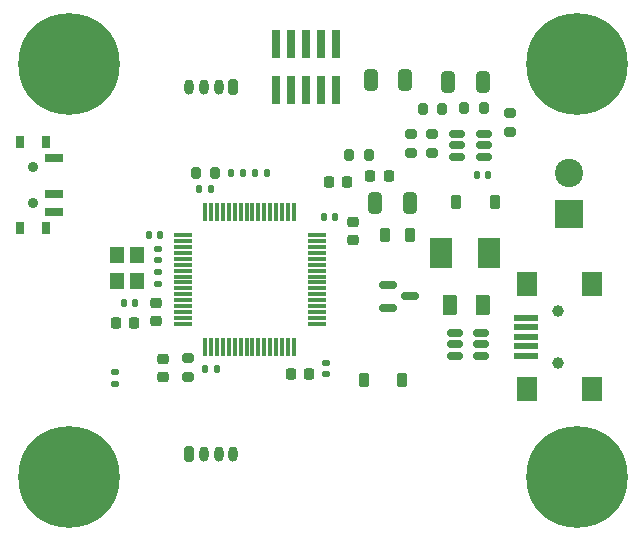
<source format=gbr>
%TF.GenerationSoftware,KiCad,Pcbnew,7.0.7*%
%TF.CreationDate,2023-10-16T17:07:58+03:00*%
%TF.ProjectId,custom_stm_design,63757374-6f6d-45f7-9374-6d5f64657369,rev?*%
%TF.SameCoordinates,Original*%
%TF.FileFunction,Soldermask,Top*%
%TF.FilePolarity,Negative*%
%FSLAX46Y46*%
G04 Gerber Fmt 4.6, Leading zero omitted, Abs format (unit mm)*
G04 Created by KiCad (PCBNEW 7.0.7) date 2023-10-16 17:07:58*
%MOMM*%
%LPD*%
G01*
G04 APERTURE LIST*
G04 Aperture macros list*
%AMRoundRect*
0 Rectangle with rounded corners*
0 $1 Rounding radius*
0 $2 $3 $4 $5 $6 $7 $8 $9 X,Y pos of 4 corners*
0 Add a 4 corners polygon primitive as box body*
4,1,4,$2,$3,$4,$5,$6,$7,$8,$9,$2,$3,0*
0 Add four circle primitives for the rounded corners*
1,1,$1+$1,$2,$3*
1,1,$1+$1,$4,$5*
1,1,$1+$1,$6,$7*
1,1,$1+$1,$8,$9*
0 Add four rect primitives between the rounded corners*
20,1,$1+$1,$2,$3,$4,$5,0*
20,1,$1+$1,$4,$5,$6,$7,0*
20,1,$1+$1,$6,$7,$8,$9,0*
20,1,$1+$1,$8,$9,$2,$3,0*%
G04 Aperture macros list end*
%ADD10R,0.740000X2.400000*%
%ADD11C,0.900000*%
%ADD12C,8.600000*%
%ADD13RoundRect,0.250000X0.375000X0.625000X-0.375000X0.625000X-0.375000X-0.625000X0.375000X-0.625000X0*%
%ADD14RoundRect,0.225000X-0.225000X-0.375000X0.225000X-0.375000X0.225000X0.375000X-0.225000X0.375000X0*%
%ADD15RoundRect,0.135000X-0.135000X-0.185000X0.135000X-0.185000X0.135000X0.185000X-0.135000X0.185000X0*%
%ADD16RoundRect,0.140000X0.170000X-0.140000X0.170000X0.140000X-0.170000X0.140000X-0.170000X-0.140000X0*%
%ADD17RoundRect,0.140000X-0.170000X0.140000X-0.170000X-0.140000X0.170000X-0.140000X0.170000X0.140000X0*%
%ADD18RoundRect,0.218750X0.256250X-0.218750X0.256250X0.218750X-0.256250X0.218750X-0.256250X-0.218750X0*%
%ADD19RoundRect,0.250000X-0.325000X-0.650000X0.325000X-0.650000X0.325000X0.650000X-0.325000X0.650000X0*%
%ADD20RoundRect,0.218750X-0.218750X-0.256250X0.218750X-0.256250X0.218750X0.256250X-0.218750X0.256250X0*%
%ADD21RoundRect,0.140000X-0.140000X-0.170000X0.140000X-0.170000X0.140000X0.170000X-0.140000X0.170000X0*%
%ADD22R,1.900000X2.500000*%
%ADD23RoundRect,0.225000X-0.225000X-0.250000X0.225000X-0.250000X0.225000X0.250000X-0.225000X0.250000X0*%
%ADD24RoundRect,0.147500X0.172500X-0.147500X0.172500X0.147500X-0.172500X0.147500X-0.172500X-0.147500X0*%
%ADD25RoundRect,0.135000X0.185000X-0.135000X0.185000X0.135000X-0.185000X0.135000X-0.185000X-0.135000X0*%
%ADD26RoundRect,0.200000X-0.200000X-0.450000X0.200000X-0.450000X0.200000X0.450000X-0.200000X0.450000X0*%
%ADD27O,0.800000X1.300000*%
%ADD28RoundRect,0.150000X0.512500X0.150000X-0.512500X0.150000X-0.512500X-0.150000X0.512500X-0.150000X0*%
%ADD29RoundRect,0.075000X-0.700000X-0.075000X0.700000X-0.075000X0.700000X0.075000X-0.700000X0.075000X0*%
%ADD30RoundRect,0.075000X-0.075000X-0.700000X0.075000X-0.700000X0.075000X0.700000X-0.075000X0.700000X0*%
%ADD31RoundRect,0.200000X-0.200000X-0.275000X0.200000X-0.275000X0.200000X0.275000X-0.200000X0.275000X0*%
%ADD32RoundRect,0.200000X0.275000X-0.200000X0.275000X0.200000X-0.275000X0.200000X-0.275000X-0.200000X0*%
%ADD33R,0.800000X1.000000*%
%ADD34R,1.500000X0.700000*%
%ADD35RoundRect,0.140000X0.140000X0.170000X-0.140000X0.170000X-0.140000X-0.170000X0.140000X-0.170000X0*%
%ADD36C,1.000000*%
%ADD37R,2.000000X0.500000*%
%ADD38R,1.700000X2.000000*%
%ADD39RoundRect,0.225000X0.225000X0.250000X-0.225000X0.250000X-0.225000X-0.250000X0.225000X-0.250000X0*%
%ADD40RoundRect,0.225000X-0.250000X0.225000X-0.250000X-0.225000X0.250000X-0.225000X0.250000X0.225000X0*%
%ADD41RoundRect,0.200000X-0.275000X0.200000X-0.275000X-0.200000X0.275000X-0.200000X0.275000X0.200000X0*%
%ADD42RoundRect,0.150000X-0.587500X-0.150000X0.587500X-0.150000X0.587500X0.150000X-0.587500X0.150000X0*%
%ADD43R,2.400000X2.400000*%
%ADD44C,2.400000*%
%ADD45RoundRect,0.200000X0.200000X0.450000X-0.200000X0.450000X-0.200000X-0.450000X0.200000X-0.450000X0*%
%ADD46RoundRect,0.218750X-0.218750X-0.381250X0.218750X-0.381250X0.218750X0.381250X-0.218750X0.381250X0*%
%ADD47R,1.200000X1.400000*%
%ADD48RoundRect,0.225000X0.225000X0.375000X-0.225000X0.375000X-0.225000X-0.375000X0.225000X-0.375000X0*%
G04 APERTURE END LIST*
D10*
%TO.C,J2*%
X107540000Y-69300000D03*
X107540000Y-73200000D03*
X106270000Y-69300000D03*
X106270000Y-73200000D03*
X105000000Y-69300000D03*
X105000000Y-73200000D03*
X103730000Y-69300000D03*
X103730000Y-73200000D03*
X102460000Y-69300000D03*
X102460000Y-73200000D03*
%TD*%
D11*
%TO.C,H4*%
X81775000Y-106000000D03*
X82719581Y-103719581D03*
X82719581Y-108280419D03*
X85000000Y-102775000D03*
D12*
X85000000Y-106000000D03*
D11*
X85000000Y-109225000D03*
X87280419Y-103719581D03*
X87280419Y-108280419D03*
X88225000Y-106000000D03*
%TD*%
D13*
%TO.C,F1*%
X120000000Y-91450000D03*
X117200000Y-91450000D03*
%TD*%
D14*
%TO.C,D2*%
X109900000Y-97750000D03*
X113200000Y-97750000D03*
%TD*%
D11*
%TO.C,H2*%
X124775000Y-106000000D03*
X125719581Y-103719581D03*
X125719581Y-108280419D03*
X128000000Y-102775000D03*
D12*
X128000000Y-106000000D03*
D11*
X128000000Y-109225000D03*
X130280419Y-103719581D03*
X130280419Y-108280419D03*
X131225000Y-106000000D03*
%TD*%
D15*
%TO.C,R5*%
X100740000Y-80250000D03*
X101760000Y-80250000D03*
%TD*%
D16*
%TO.C,C7*%
X106700000Y-97280000D03*
X106700000Y-96320000D03*
%TD*%
D17*
%TO.C,C1*%
X92500000Y-86670000D03*
X92500000Y-87630000D03*
%TD*%
D18*
%TO.C,D1*%
X92900000Y-97537500D03*
X92900000Y-95962500D03*
%TD*%
D19*
%TO.C,C13*%
X110875000Y-82750000D03*
X113825000Y-82750000D03*
%TD*%
D20*
%TO.C,D4*%
X110462500Y-80500000D03*
X112037500Y-80500000D03*
%TD*%
D21*
%TO.C,C8*%
X91720000Y-85500000D03*
X92680000Y-85500000D03*
%TD*%
D19*
%TO.C,C15*%
X113450000Y-72325000D03*
X110500000Y-72325000D03*
%TD*%
D22*
%TO.C,L2*%
X120525000Y-86975000D03*
X116425000Y-86975000D03*
%TD*%
D23*
%TO.C,C12*%
X88925000Y-92900000D03*
X90475000Y-92900000D03*
%TD*%
D24*
%TO.C,L1*%
X88875000Y-98085000D03*
X88875000Y-97115000D03*
%TD*%
D25*
%TO.C,R1*%
X92500000Y-89660000D03*
X92500000Y-88640000D03*
%TD*%
D26*
%TO.C,J5*%
X95125000Y-104050000D03*
D27*
X96375000Y-104050000D03*
X97625000Y-104050000D03*
X98875000Y-104050000D03*
%TD*%
D28*
%TO.C,U3*%
X119887500Y-95700000D03*
X119887500Y-94750000D03*
X119887500Y-93800000D03*
X117612500Y-93800000D03*
X117612500Y-94750000D03*
X117612500Y-95700000D03*
%TD*%
D15*
%TO.C,R4*%
X98640000Y-80250000D03*
X99660000Y-80250000D03*
%TD*%
D29*
%TO.C,U1*%
X94575000Y-85500000D03*
X94575000Y-86000000D03*
X94575000Y-86500000D03*
X94575000Y-87000000D03*
X94575000Y-87500000D03*
X94575000Y-88000000D03*
X94575000Y-88500000D03*
X94575000Y-89000000D03*
X94575000Y-89500000D03*
X94575000Y-90000000D03*
X94575000Y-90500000D03*
X94575000Y-91000000D03*
X94575000Y-91500000D03*
X94575000Y-92000000D03*
X94575000Y-92500000D03*
X94575000Y-93000000D03*
D30*
X96500000Y-94925000D03*
X97000000Y-94925000D03*
X97500000Y-94925000D03*
X98000000Y-94925000D03*
X98500000Y-94925000D03*
X99000000Y-94925000D03*
X99500000Y-94925000D03*
X100000000Y-94925000D03*
X100500000Y-94925000D03*
X101000000Y-94925000D03*
X101500000Y-94925000D03*
X102000000Y-94925000D03*
X102500000Y-94925000D03*
X103000000Y-94925000D03*
X103500000Y-94925000D03*
X104000000Y-94925000D03*
D29*
X105925000Y-93000000D03*
X105925000Y-92500000D03*
X105925000Y-92000000D03*
X105925000Y-91500000D03*
X105925000Y-91000000D03*
X105925000Y-90500000D03*
X105925000Y-90000000D03*
X105925000Y-89500000D03*
X105925000Y-89000000D03*
X105925000Y-88500000D03*
X105925000Y-88000000D03*
X105925000Y-87500000D03*
X105925000Y-87000000D03*
X105925000Y-86500000D03*
X105925000Y-86000000D03*
X105925000Y-85500000D03*
D30*
X104000000Y-83575000D03*
X103500000Y-83575000D03*
X103000000Y-83575000D03*
X102500000Y-83575000D03*
X102000000Y-83575000D03*
X101500000Y-83575000D03*
X101000000Y-83575000D03*
X100500000Y-83575000D03*
X100000000Y-83575000D03*
X99500000Y-83575000D03*
X99000000Y-83575000D03*
X98500000Y-83575000D03*
X98000000Y-83575000D03*
X97500000Y-83575000D03*
X97000000Y-83575000D03*
X96500000Y-83575000D03*
%TD*%
D31*
%TO.C,R9*%
X108675000Y-78750000D03*
X110325000Y-78750000D03*
%TD*%
D32*
%TO.C,R11*%
X113950000Y-78575000D03*
X113950000Y-76925000D03*
%TD*%
D33*
%TO.C,SW1*%
X83030000Y-77600000D03*
X80820000Y-77600000D03*
D11*
X81920000Y-79750000D03*
X81920000Y-82750000D03*
D33*
X83030000Y-84900000D03*
X80820000Y-84900000D03*
D34*
X83680000Y-79000000D03*
X83680000Y-82000000D03*
X83680000Y-83500000D03*
%TD*%
D35*
%TO.C,C5*%
X96955000Y-81625000D03*
X95995000Y-81625000D03*
%TD*%
D36*
%TO.C,J4*%
X126375000Y-96300000D03*
X126375000Y-91900000D03*
D37*
X123675000Y-95700000D03*
X123675000Y-94900000D03*
X123675000Y-94100000D03*
X123675000Y-93300000D03*
X123675000Y-92500000D03*
D38*
X123775000Y-98550000D03*
X129225000Y-98550000D03*
X123775000Y-89650000D03*
X129225000Y-89650000D03*
%TD*%
D39*
%TO.C,C10*%
X105275000Y-97250000D03*
X103725000Y-97250000D03*
%TD*%
D40*
%TO.C,C9*%
X109000000Y-84375000D03*
X109000000Y-85925000D03*
%TD*%
D41*
%TO.C,R10*%
X115675000Y-76900000D03*
X115675000Y-78550000D03*
%TD*%
D31*
%TO.C,R8*%
X114925000Y-74800000D03*
X116575000Y-74800000D03*
%TD*%
D39*
%TO.C,C3*%
X108525000Y-81000000D03*
X106975000Y-81000000D03*
%TD*%
D11*
%TO.C,H1*%
X124775000Y-71000000D03*
X125719581Y-68719581D03*
X125719581Y-73280419D03*
X128000000Y-67775000D03*
D12*
X128000000Y-71000000D03*
D11*
X128000000Y-74225000D03*
X130280419Y-68719581D03*
X130280419Y-73280419D03*
X131225000Y-71000000D03*
%TD*%
D42*
%TO.C,Q1*%
X111937500Y-89725000D03*
X111937500Y-91625000D03*
X113812500Y-90675000D03*
%TD*%
D11*
%TO.C,H3*%
X81775000Y-71000000D03*
X82719581Y-68719581D03*
X82719581Y-73280419D03*
X85000000Y-67775000D03*
D12*
X85000000Y-71000000D03*
D11*
X85000000Y-74225000D03*
X87280419Y-68719581D03*
X87280419Y-73280419D03*
X88225000Y-71000000D03*
%TD*%
D21*
%TO.C,C4*%
X96520000Y-96800000D03*
X97480000Y-96800000D03*
%TD*%
D31*
%TO.C,R7*%
X118425000Y-74750000D03*
X120075000Y-74750000D03*
%TD*%
D35*
%TO.C,C6*%
X107480000Y-83950000D03*
X106520000Y-83950000D03*
%TD*%
D43*
%TO.C,J1*%
X127300000Y-83700000D03*
D44*
X127300000Y-80200000D03*
%TD*%
D41*
%TO.C,R2*%
X95000000Y-95875000D03*
X95000000Y-97525000D03*
%TD*%
D35*
%TO.C,C16*%
X120430000Y-80400000D03*
X119470000Y-80400000D03*
%TD*%
D40*
%TO.C,C11*%
X92350000Y-91225000D03*
X92350000Y-92775000D03*
%TD*%
D45*
%TO.C,J3*%
X98875000Y-72950000D03*
D27*
X97625000Y-72950000D03*
X96375000Y-72950000D03*
X95125000Y-72950000D03*
%TD*%
D46*
%TO.C,FB1*%
X111687500Y-85500000D03*
X113812500Y-85500000D03*
%TD*%
D19*
%TO.C,C14*%
X119975000Y-72550000D03*
X117025000Y-72550000D03*
%TD*%
D32*
%TO.C,R6*%
X122300000Y-76775000D03*
X122300000Y-75125000D03*
%TD*%
D47*
%TO.C,Y1*%
X89050000Y-87150000D03*
X89050000Y-89350000D03*
X90750000Y-89350000D03*
X90750000Y-87150000D03*
%TD*%
D28*
%TO.C,U2*%
X120087500Y-78850000D03*
X120087500Y-77900000D03*
X120087500Y-76950000D03*
X117812500Y-76950000D03*
X117812500Y-77900000D03*
X117812500Y-78850000D03*
%TD*%
D21*
%TO.C,C2*%
X89620000Y-91200000D03*
X90580000Y-91200000D03*
%TD*%
D31*
%TO.C,R3*%
X95675000Y-80250000D03*
X97325000Y-80250000D03*
%TD*%
D48*
%TO.C,D3*%
X121050000Y-82650000D03*
X117750000Y-82650000D03*
%TD*%
M02*

</source>
